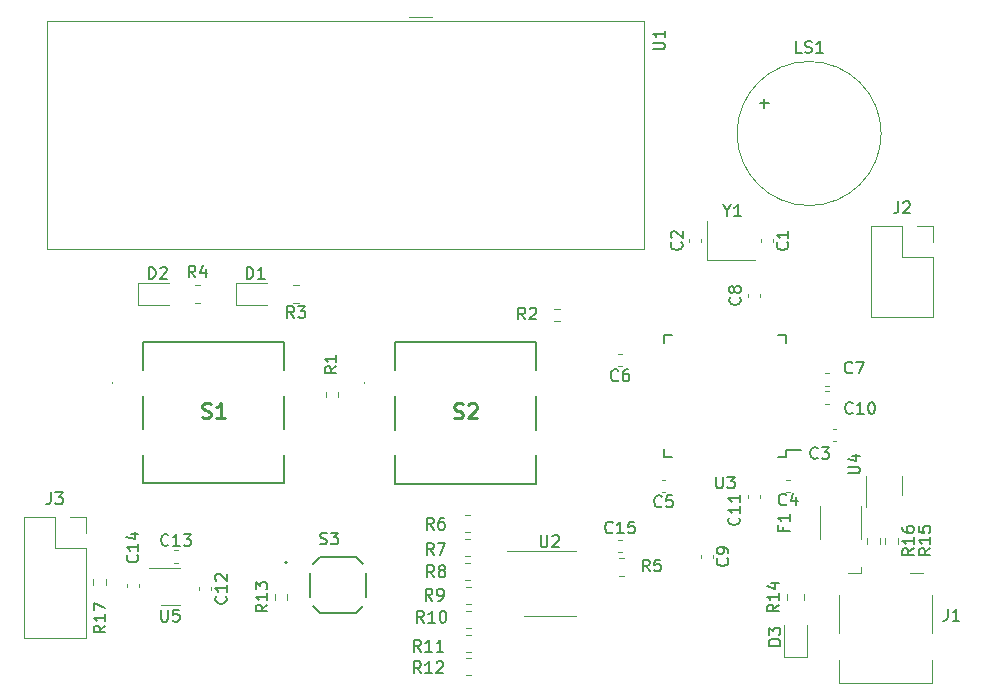
<source format=gbr>
%TF.GenerationSoftware,KiCad,Pcbnew,(7.0.0)*%
%TF.CreationDate,2023-04-20T12:18:01-06:00*%
%TF.ProjectId,Phase_B_PCB_Prototype,50686173-655f-4425-9f50-43425f50726f,rev?*%
%TF.SameCoordinates,Original*%
%TF.FileFunction,Legend,Top*%
%TF.FilePolarity,Positive*%
%FSLAX46Y46*%
G04 Gerber Fmt 4.6, Leading zero omitted, Abs format (unit mm)*
G04 Created by KiCad (PCBNEW (7.0.0)) date 2023-04-20 12:18:01*
%MOMM*%
%LPD*%
G01*
G04 APERTURE LIST*
%ADD10C,0.150000*%
%ADD11C,0.254000*%
%ADD12C,0.120000*%
%ADD13C,0.200000*%
%ADD14C,0.127000*%
%ADD15C,0.100000*%
G04 APERTURE END LIST*
D10*
%TO.C,C1*%
X138481142Y-81993666D02*
X138528761Y-82041285D01*
X138528761Y-82041285D02*
X138576380Y-82184142D01*
X138576380Y-82184142D02*
X138576380Y-82279380D01*
X138576380Y-82279380D02*
X138528761Y-82422237D01*
X138528761Y-82422237D02*
X138433523Y-82517475D01*
X138433523Y-82517475D02*
X138338285Y-82565094D01*
X138338285Y-82565094D02*
X138147809Y-82612713D01*
X138147809Y-82612713D02*
X138004952Y-82612713D01*
X138004952Y-82612713D02*
X137814476Y-82565094D01*
X137814476Y-82565094D02*
X137719238Y-82517475D01*
X137719238Y-82517475D02*
X137624000Y-82422237D01*
X137624000Y-82422237D02*
X137576380Y-82279380D01*
X137576380Y-82279380D02*
X137576380Y-82184142D01*
X137576380Y-82184142D02*
X137624000Y-82041285D01*
X137624000Y-82041285D02*
X137671619Y-81993666D01*
X138576380Y-81041285D02*
X138576380Y-81612713D01*
X138576380Y-81326999D02*
X137576380Y-81326999D01*
X137576380Y-81326999D02*
X137719238Y-81422237D01*
X137719238Y-81422237D02*
X137814476Y-81517475D01*
X137814476Y-81517475D02*
X137862095Y-81612713D01*
%TO.C,S3*%
X98933095Y-107507761D02*
X99075952Y-107555380D01*
X99075952Y-107555380D02*
X99314047Y-107555380D01*
X99314047Y-107555380D02*
X99409285Y-107507761D01*
X99409285Y-107507761D02*
X99456904Y-107460142D01*
X99456904Y-107460142D02*
X99504523Y-107364904D01*
X99504523Y-107364904D02*
X99504523Y-107269666D01*
X99504523Y-107269666D02*
X99456904Y-107174428D01*
X99456904Y-107174428D02*
X99409285Y-107126809D01*
X99409285Y-107126809D02*
X99314047Y-107079190D01*
X99314047Y-107079190D02*
X99123571Y-107031571D01*
X99123571Y-107031571D02*
X99028333Y-106983952D01*
X99028333Y-106983952D02*
X98980714Y-106936333D01*
X98980714Y-106936333D02*
X98933095Y-106841095D01*
X98933095Y-106841095D02*
X98933095Y-106745857D01*
X98933095Y-106745857D02*
X98980714Y-106650619D01*
X98980714Y-106650619D02*
X99028333Y-106603000D01*
X99028333Y-106603000D02*
X99123571Y-106555380D01*
X99123571Y-106555380D02*
X99361666Y-106555380D01*
X99361666Y-106555380D02*
X99504523Y-106603000D01*
X99837857Y-106555380D02*
X100456904Y-106555380D01*
X100456904Y-106555380D02*
X100123571Y-106936333D01*
X100123571Y-106936333D02*
X100266428Y-106936333D01*
X100266428Y-106936333D02*
X100361666Y-106983952D01*
X100361666Y-106983952D02*
X100409285Y-107031571D01*
X100409285Y-107031571D02*
X100456904Y-107126809D01*
X100456904Y-107126809D02*
X100456904Y-107364904D01*
X100456904Y-107364904D02*
X100409285Y-107460142D01*
X100409285Y-107460142D02*
X100361666Y-107507761D01*
X100361666Y-107507761D02*
X100266428Y-107555380D01*
X100266428Y-107555380D02*
X99980714Y-107555380D01*
X99980714Y-107555380D02*
X99885476Y-107507761D01*
X99885476Y-107507761D02*
X99837857Y-107460142D01*
%TO.C,C15*%
X123690142Y-106538142D02*
X123642523Y-106585761D01*
X123642523Y-106585761D02*
X123499666Y-106633380D01*
X123499666Y-106633380D02*
X123404428Y-106633380D01*
X123404428Y-106633380D02*
X123261571Y-106585761D01*
X123261571Y-106585761D02*
X123166333Y-106490523D01*
X123166333Y-106490523D02*
X123118714Y-106395285D01*
X123118714Y-106395285D02*
X123071095Y-106204809D01*
X123071095Y-106204809D02*
X123071095Y-106061952D01*
X123071095Y-106061952D02*
X123118714Y-105871476D01*
X123118714Y-105871476D02*
X123166333Y-105776238D01*
X123166333Y-105776238D02*
X123261571Y-105681000D01*
X123261571Y-105681000D02*
X123404428Y-105633380D01*
X123404428Y-105633380D02*
X123499666Y-105633380D01*
X123499666Y-105633380D02*
X123642523Y-105681000D01*
X123642523Y-105681000D02*
X123690142Y-105728619D01*
X124642523Y-106633380D02*
X124071095Y-106633380D01*
X124356809Y-106633380D02*
X124356809Y-105633380D01*
X124356809Y-105633380D02*
X124261571Y-105776238D01*
X124261571Y-105776238D02*
X124166333Y-105871476D01*
X124166333Y-105871476D02*
X124071095Y-105919095D01*
X125547285Y-105633380D02*
X125071095Y-105633380D01*
X125071095Y-105633380D02*
X125023476Y-106109571D01*
X125023476Y-106109571D02*
X125071095Y-106061952D01*
X125071095Y-106061952D02*
X125166333Y-106014333D01*
X125166333Y-106014333D02*
X125404428Y-106014333D01*
X125404428Y-106014333D02*
X125499666Y-106061952D01*
X125499666Y-106061952D02*
X125547285Y-106109571D01*
X125547285Y-106109571D02*
X125594904Y-106204809D01*
X125594904Y-106204809D02*
X125594904Y-106442904D01*
X125594904Y-106442904D02*
X125547285Y-106538142D01*
X125547285Y-106538142D02*
X125499666Y-106585761D01*
X125499666Y-106585761D02*
X125404428Y-106633380D01*
X125404428Y-106633380D02*
X125166333Y-106633380D01*
X125166333Y-106633380D02*
X125071095Y-106585761D01*
X125071095Y-106585761D02*
X125023476Y-106538142D01*
%TO.C,C14*%
X83457142Y-108465857D02*
X83504761Y-108513476D01*
X83504761Y-108513476D02*
X83552380Y-108656333D01*
X83552380Y-108656333D02*
X83552380Y-108751571D01*
X83552380Y-108751571D02*
X83504761Y-108894428D01*
X83504761Y-108894428D02*
X83409523Y-108989666D01*
X83409523Y-108989666D02*
X83314285Y-109037285D01*
X83314285Y-109037285D02*
X83123809Y-109084904D01*
X83123809Y-109084904D02*
X82980952Y-109084904D01*
X82980952Y-109084904D02*
X82790476Y-109037285D01*
X82790476Y-109037285D02*
X82695238Y-108989666D01*
X82695238Y-108989666D02*
X82600000Y-108894428D01*
X82600000Y-108894428D02*
X82552380Y-108751571D01*
X82552380Y-108751571D02*
X82552380Y-108656333D01*
X82552380Y-108656333D02*
X82600000Y-108513476D01*
X82600000Y-108513476D02*
X82647619Y-108465857D01*
X83552380Y-107513476D02*
X83552380Y-108084904D01*
X83552380Y-107799190D02*
X82552380Y-107799190D01*
X82552380Y-107799190D02*
X82695238Y-107894428D01*
X82695238Y-107894428D02*
X82790476Y-107989666D01*
X82790476Y-107989666D02*
X82838095Y-108084904D01*
X82885714Y-106656333D02*
X83552380Y-106656333D01*
X82504761Y-106894428D02*
X83219047Y-107132523D01*
X83219047Y-107132523D02*
X83219047Y-106513476D01*
%TO.C,Y1*%
X133381809Y-79305190D02*
X133381809Y-79781380D01*
X133048476Y-78781380D02*
X133381809Y-79305190D01*
X133381809Y-79305190D02*
X133715142Y-78781380D01*
X134572285Y-79781380D02*
X134000857Y-79781380D01*
X134286571Y-79781380D02*
X134286571Y-78781380D01*
X134286571Y-78781380D02*
X134191333Y-78924238D01*
X134191333Y-78924238D02*
X134096095Y-79019476D01*
X134096095Y-79019476D02*
X134000857Y-79067095D01*
%TO.C,R12*%
X107457642Y-118466380D02*
X107124309Y-117990190D01*
X106886214Y-118466380D02*
X106886214Y-117466380D01*
X106886214Y-117466380D02*
X107267166Y-117466380D01*
X107267166Y-117466380D02*
X107362404Y-117514000D01*
X107362404Y-117514000D02*
X107410023Y-117561619D01*
X107410023Y-117561619D02*
X107457642Y-117656857D01*
X107457642Y-117656857D02*
X107457642Y-117799714D01*
X107457642Y-117799714D02*
X107410023Y-117894952D01*
X107410023Y-117894952D02*
X107362404Y-117942571D01*
X107362404Y-117942571D02*
X107267166Y-117990190D01*
X107267166Y-117990190D02*
X106886214Y-117990190D01*
X108410023Y-118466380D02*
X107838595Y-118466380D01*
X108124309Y-118466380D02*
X108124309Y-117466380D01*
X108124309Y-117466380D02*
X108029071Y-117609238D01*
X108029071Y-117609238D02*
X107933833Y-117704476D01*
X107933833Y-117704476D02*
X107838595Y-117752095D01*
X108790976Y-117561619D02*
X108838595Y-117514000D01*
X108838595Y-117514000D02*
X108933833Y-117466380D01*
X108933833Y-117466380D02*
X109171928Y-117466380D01*
X109171928Y-117466380D02*
X109267166Y-117514000D01*
X109267166Y-117514000D02*
X109314785Y-117561619D01*
X109314785Y-117561619D02*
X109362404Y-117656857D01*
X109362404Y-117656857D02*
X109362404Y-117752095D01*
X109362404Y-117752095D02*
X109314785Y-117894952D01*
X109314785Y-117894952D02*
X108743357Y-118466380D01*
X108743357Y-118466380D02*
X109362404Y-118466380D01*
%TO.C,R11*%
X107457642Y-116630380D02*
X107124309Y-116154190D01*
X106886214Y-116630380D02*
X106886214Y-115630380D01*
X106886214Y-115630380D02*
X107267166Y-115630380D01*
X107267166Y-115630380D02*
X107362404Y-115678000D01*
X107362404Y-115678000D02*
X107410023Y-115725619D01*
X107410023Y-115725619D02*
X107457642Y-115820857D01*
X107457642Y-115820857D02*
X107457642Y-115963714D01*
X107457642Y-115963714D02*
X107410023Y-116058952D01*
X107410023Y-116058952D02*
X107362404Y-116106571D01*
X107362404Y-116106571D02*
X107267166Y-116154190D01*
X107267166Y-116154190D02*
X106886214Y-116154190D01*
X108410023Y-116630380D02*
X107838595Y-116630380D01*
X108124309Y-116630380D02*
X108124309Y-115630380D01*
X108124309Y-115630380D02*
X108029071Y-115773238D01*
X108029071Y-115773238D02*
X107933833Y-115868476D01*
X107933833Y-115868476D02*
X107838595Y-115916095D01*
X109362404Y-116630380D02*
X108790976Y-116630380D01*
X109076690Y-116630380D02*
X109076690Y-115630380D01*
X109076690Y-115630380D02*
X108981452Y-115773238D01*
X108981452Y-115773238D02*
X108886214Y-115868476D01*
X108886214Y-115868476D02*
X108790976Y-115916095D01*
%TO.C,U1*%
X127119380Y-65639904D02*
X127928904Y-65639904D01*
X127928904Y-65639904D02*
X128024142Y-65592285D01*
X128024142Y-65592285D02*
X128071761Y-65544666D01*
X128071761Y-65544666D02*
X128119380Y-65449428D01*
X128119380Y-65449428D02*
X128119380Y-65258952D01*
X128119380Y-65258952D02*
X128071761Y-65163714D01*
X128071761Y-65163714D02*
X128024142Y-65116095D01*
X128024142Y-65116095D02*
X127928904Y-65068476D01*
X127928904Y-65068476D02*
X127119380Y-65068476D01*
X128119380Y-64068476D02*
X128119380Y-64639904D01*
X128119380Y-64354190D02*
X127119380Y-64354190D01*
X127119380Y-64354190D02*
X127262238Y-64449428D01*
X127262238Y-64449428D02*
X127357476Y-64544666D01*
X127357476Y-64544666D02*
X127405095Y-64639904D01*
%TO.C,LS1*%
X139692142Y-65938380D02*
X139215952Y-65938380D01*
X139215952Y-65938380D02*
X139215952Y-64938380D01*
X139977857Y-65890761D02*
X140120714Y-65938380D01*
X140120714Y-65938380D02*
X140358809Y-65938380D01*
X140358809Y-65938380D02*
X140454047Y-65890761D01*
X140454047Y-65890761D02*
X140501666Y-65843142D01*
X140501666Y-65843142D02*
X140549285Y-65747904D01*
X140549285Y-65747904D02*
X140549285Y-65652666D01*
X140549285Y-65652666D02*
X140501666Y-65557428D01*
X140501666Y-65557428D02*
X140454047Y-65509809D01*
X140454047Y-65509809D02*
X140358809Y-65462190D01*
X140358809Y-65462190D02*
X140168333Y-65414571D01*
X140168333Y-65414571D02*
X140073095Y-65366952D01*
X140073095Y-65366952D02*
X140025476Y-65319333D01*
X140025476Y-65319333D02*
X139977857Y-65224095D01*
X139977857Y-65224095D02*
X139977857Y-65128857D01*
X139977857Y-65128857D02*
X140025476Y-65033619D01*
X140025476Y-65033619D02*
X140073095Y-64986000D01*
X140073095Y-64986000D02*
X140168333Y-64938380D01*
X140168333Y-64938380D02*
X140406428Y-64938380D01*
X140406428Y-64938380D02*
X140549285Y-64986000D01*
X141501666Y-65938380D02*
X140930238Y-65938380D01*
X141215952Y-65938380D02*
X141215952Y-64938380D01*
X141215952Y-64938380D02*
X141120714Y-65081238D01*
X141120714Y-65081238D02*
X141025476Y-65176476D01*
X141025476Y-65176476D02*
X140930238Y-65224095D01*
X136144048Y-70217428D02*
X136905953Y-70217428D01*
X136525000Y-70598380D02*
X136525000Y-69836476D01*
%TO.C,U5*%
X85465595Y-113093380D02*
X85465595Y-113902904D01*
X85465595Y-113902904D02*
X85513214Y-113998142D01*
X85513214Y-113998142D02*
X85560833Y-114045761D01*
X85560833Y-114045761D02*
X85656071Y-114093380D01*
X85656071Y-114093380D02*
X85846547Y-114093380D01*
X85846547Y-114093380D02*
X85941785Y-114045761D01*
X85941785Y-114045761D02*
X85989404Y-113998142D01*
X85989404Y-113998142D02*
X86037023Y-113902904D01*
X86037023Y-113902904D02*
X86037023Y-113093380D01*
X86989404Y-113093380D02*
X86513214Y-113093380D01*
X86513214Y-113093380D02*
X86465595Y-113569571D01*
X86465595Y-113569571D02*
X86513214Y-113521952D01*
X86513214Y-113521952D02*
X86608452Y-113474333D01*
X86608452Y-113474333D02*
X86846547Y-113474333D01*
X86846547Y-113474333D02*
X86941785Y-113521952D01*
X86941785Y-113521952D02*
X86989404Y-113569571D01*
X86989404Y-113569571D02*
X87037023Y-113664809D01*
X87037023Y-113664809D02*
X87037023Y-113902904D01*
X87037023Y-113902904D02*
X86989404Y-113998142D01*
X86989404Y-113998142D02*
X86941785Y-114045761D01*
X86941785Y-114045761D02*
X86846547Y-114093380D01*
X86846547Y-114093380D02*
X86608452Y-114093380D01*
X86608452Y-114093380D02*
X86513214Y-114045761D01*
X86513214Y-114045761D02*
X86465595Y-113998142D01*
%TO.C,R9*%
X108441833Y-112312380D02*
X108108500Y-111836190D01*
X107870405Y-112312380D02*
X107870405Y-111312380D01*
X107870405Y-111312380D02*
X108251357Y-111312380D01*
X108251357Y-111312380D02*
X108346595Y-111360000D01*
X108346595Y-111360000D02*
X108394214Y-111407619D01*
X108394214Y-111407619D02*
X108441833Y-111502857D01*
X108441833Y-111502857D02*
X108441833Y-111645714D01*
X108441833Y-111645714D02*
X108394214Y-111740952D01*
X108394214Y-111740952D02*
X108346595Y-111788571D01*
X108346595Y-111788571D02*
X108251357Y-111836190D01*
X108251357Y-111836190D02*
X107870405Y-111836190D01*
X108918024Y-112312380D02*
X109108500Y-112312380D01*
X109108500Y-112312380D02*
X109203738Y-112264761D01*
X109203738Y-112264761D02*
X109251357Y-112217142D01*
X109251357Y-112217142D02*
X109346595Y-112074285D01*
X109346595Y-112074285D02*
X109394214Y-111883809D01*
X109394214Y-111883809D02*
X109394214Y-111502857D01*
X109394214Y-111502857D02*
X109346595Y-111407619D01*
X109346595Y-111407619D02*
X109298976Y-111360000D01*
X109298976Y-111360000D02*
X109203738Y-111312380D01*
X109203738Y-111312380D02*
X109013262Y-111312380D01*
X109013262Y-111312380D02*
X108918024Y-111360000D01*
X108918024Y-111360000D02*
X108870405Y-111407619D01*
X108870405Y-111407619D02*
X108822786Y-111502857D01*
X108822786Y-111502857D02*
X108822786Y-111740952D01*
X108822786Y-111740952D02*
X108870405Y-111836190D01*
X108870405Y-111836190D02*
X108918024Y-111883809D01*
X108918024Y-111883809D02*
X109013262Y-111931428D01*
X109013262Y-111931428D02*
X109203738Y-111931428D01*
X109203738Y-111931428D02*
X109298976Y-111883809D01*
X109298976Y-111883809D02*
X109346595Y-111836190D01*
X109346595Y-111836190D02*
X109394214Y-111740952D01*
%TO.C,J3*%
X76140666Y-103160380D02*
X76140666Y-103874666D01*
X76140666Y-103874666D02*
X76093047Y-104017523D01*
X76093047Y-104017523D02*
X75997809Y-104112761D01*
X75997809Y-104112761D02*
X75854952Y-104160380D01*
X75854952Y-104160380D02*
X75759714Y-104160380D01*
X76521619Y-103160380D02*
X77140666Y-103160380D01*
X77140666Y-103160380D02*
X76807333Y-103541333D01*
X76807333Y-103541333D02*
X76950190Y-103541333D01*
X76950190Y-103541333D02*
X77045428Y-103588952D01*
X77045428Y-103588952D02*
X77093047Y-103636571D01*
X77093047Y-103636571D02*
X77140666Y-103731809D01*
X77140666Y-103731809D02*
X77140666Y-103969904D01*
X77140666Y-103969904D02*
X77093047Y-104065142D01*
X77093047Y-104065142D02*
X77045428Y-104112761D01*
X77045428Y-104112761D02*
X76950190Y-104160380D01*
X76950190Y-104160380D02*
X76664476Y-104160380D01*
X76664476Y-104160380D02*
X76569238Y-104112761D01*
X76569238Y-104112761D02*
X76521619Y-104065142D01*
%TO.C,C13*%
X86092642Y-107587142D02*
X86045023Y-107634761D01*
X86045023Y-107634761D02*
X85902166Y-107682380D01*
X85902166Y-107682380D02*
X85806928Y-107682380D01*
X85806928Y-107682380D02*
X85664071Y-107634761D01*
X85664071Y-107634761D02*
X85568833Y-107539523D01*
X85568833Y-107539523D02*
X85521214Y-107444285D01*
X85521214Y-107444285D02*
X85473595Y-107253809D01*
X85473595Y-107253809D02*
X85473595Y-107110952D01*
X85473595Y-107110952D02*
X85521214Y-106920476D01*
X85521214Y-106920476D02*
X85568833Y-106825238D01*
X85568833Y-106825238D02*
X85664071Y-106730000D01*
X85664071Y-106730000D02*
X85806928Y-106682380D01*
X85806928Y-106682380D02*
X85902166Y-106682380D01*
X85902166Y-106682380D02*
X86045023Y-106730000D01*
X86045023Y-106730000D02*
X86092642Y-106777619D01*
X87045023Y-107682380D02*
X86473595Y-107682380D01*
X86759309Y-107682380D02*
X86759309Y-106682380D01*
X86759309Y-106682380D02*
X86664071Y-106825238D01*
X86664071Y-106825238D02*
X86568833Y-106920476D01*
X86568833Y-106920476D02*
X86473595Y-106968095D01*
X87378357Y-106682380D02*
X87997404Y-106682380D01*
X87997404Y-106682380D02*
X87664071Y-107063333D01*
X87664071Y-107063333D02*
X87806928Y-107063333D01*
X87806928Y-107063333D02*
X87902166Y-107110952D01*
X87902166Y-107110952D02*
X87949785Y-107158571D01*
X87949785Y-107158571D02*
X87997404Y-107253809D01*
X87997404Y-107253809D02*
X87997404Y-107491904D01*
X87997404Y-107491904D02*
X87949785Y-107587142D01*
X87949785Y-107587142D02*
X87902166Y-107634761D01*
X87902166Y-107634761D02*
X87806928Y-107682380D01*
X87806928Y-107682380D02*
X87521214Y-107682380D01*
X87521214Y-107682380D02*
X87425976Y-107634761D01*
X87425976Y-107634761D02*
X87378357Y-107587142D01*
%TO.C,C3*%
X141057333Y-100221142D02*
X141009714Y-100268761D01*
X141009714Y-100268761D02*
X140866857Y-100316380D01*
X140866857Y-100316380D02*
X140771619Y-100316380D01*
X140771619Y-100316380D02*
X140628762Y-100268761D01*
X140628762Y-100268761D02*
X140533524Y-100173523D01*
X140533524Y-100173523D02*
X140485905Y-100078285D01*
X140485905Y-100078285D02*
X140438286Y-99887809D01*
X140438286Y-99887809D02*
X140438286Y-99744952D01*
X140438286Y-99744952D02*
X140485905Y-99554476D01*
X140485905Y-99554476D02*
X140533524Y-99459238D01*
X140533524Y-99459238D02*
X140628762Y-99364000D01*
X140628762Y-99364000D02*
X140771619Y-99316380D01*
X140771619Y-99316380D02*
X140866857Y-99316380D01*
X140866857Y-99316380D02*
X141009714Y-99364000D01*
X141009714Y-99364000D02*
X141057333Y-99411619D01*
X141390667Y-99316380D02*
X142009714Y-99316380D01*
X142009714Y-99316380D02*
X141676381Y-99697333D01*
X141676381Y-99697333D02*
X141819238Y-99697333D01*
X141819238Y-99697333D02*
X141914476Y-99744952D01*
X141914476Y-99744952D02*
X141962095Y-99792571D01*
X141962095Y-99792571D02*
X142009714Y-99887809D01*
X142009714Y-99887809D02*
X142009714Y-100125904D01*
X142009714Y-100125904D02*
X141962095Y-100221142D01*
X141962095Y-100221142D02*
X141914476Y-100268761D01*
X141914476Y-100268761D02*
X141819238Y-100316380D01*
X141819238Y-100316380D02*
X141533524Y-100316380D01*
X141533524Y-100316380D02*
X141438286Y-100268761D01*
X141438286Y-100268761D02*
X141390667Y-100221142D01*
%TO.C,C10*%
X144010142Y-96411142D02*
X143962523Y-96458761D01*
X143962523Y-96458761D02*
X143819666Y-96506380D01*
X143819666Y-96506380D02*
X143724428Y-96506380D01*
X143724428Y-96506380D02*
X143581571Y-96458761D01*
X143581571Y-96458761D02*
X143486333Y-96363523D01*
X143486333Y-96363523D02*
X143438714Y-96268285D01*
X143438714Y-96268285D02*
X143391095Y-96077809D01*
X143391095Y-96077809D02*
X143391095Y-95934952D01*
X143391095Y-95934952D02*
X143438714Y-95744476D01*
X143438714Y-95744476D02*
X143486333Y-95649238D01*
X143486333Y-95649238D02*
X143581571Y-95554000D01*
X143581571Y-95554000D02*
X143724428Y-95506380D01*
X143724428Y-95506380D02*
X143819666Y-95506380D01*
X143819666Y-95506380D02*
X143962523Y-95554000D01*
X143962523Y-95554000D02*
X144010142Y-95601619D01*
X144962523Y-96506380D02*
X144391095Y-96506380D01*
X144676809Y-96506380D02*
X144676809Y-95506380D01*
X144676809Y-95506380D02*
X144581571Y-95649238D01*
X144581571Y-95649238D02*
X144486333Y-95744476D01*
X144486333Y-95744476D02*
X144391095Y-95792095D01*
X145581571Y-95506380D02*
X145676809Y-95506380D01*
X145676809Y-95506380D02*
X145772047Y-95554000D01*
X145772047Y-95554000D02*
X145819666Y-95601619D01*
X145819666Y-95601619D02*
X145867285Y-95696857D01*
X145867285Y-95696857D02*
X145914904Y-95887333D01*
X145914904Y-95887333D02*
X145914904Y-96125428D01*
X145914904Y-96125428D02*
X145867285Y-96315904D01*
X145867285Y-96315904D02*
X145819666Y-96411142D01*
X145819666Y-96411142D02*
X145772047Y-96458761D01*
X145772047Y-96458761D02*
X145676809Y-96506380D01*
X145676809Y-96506380D02*
X145581571Y-96506380D01*
X145581571Y-96506380D02*
X145486333Y-96458761D01*
X145486333Y-96458761D02*
X145438714Y-96411142D01*
X145438714Y-96411142D02*
X145391095Y-96315904D01*
X145391095Y-96315904D02*
X145343476Y-96125428D01*
X145343476Y-96125428D02*
X145343476Y-95887333D01*
X145343476Y-95887333D02*
X145391095Y-95696857D01*
X145391095Y-95696857D02*
X145438714Y-95601619D01*
X145438714Y-95601619D02*
X145486333Y-95554000D01*
X145486333Y-95554000D02*
X145581571Y-95506380D01*
%TO.C,R17*%
X80758380Y-114434857D02*
X80282190Y-114768190D01*
X80758380Y-115006285D02*
X79758380Y-115006285D01*
X79758380Y-115006285D02*
X79758380Y-114625333D01*
X79758380Y-114625333D02*
X79806000Y-114530095D01*
X79806000Y-114530095D02*
X79853619Y-114482476D01*
X79853619Y-114482476D02*
X79948857Y-114434857D01*
X79948857Y-114434857D02*
X80091714Y-114434857D01*
X80091714Y-114434857D02*
X80186952Y-114482476D01*
X80186952Y-114482476D02*
X80234571Y-114530095D01*
X80234571Y-114530095D02*
X80282190Y-114625333D01*
X80282190Y-114625333D02*
X80282190Y-115006285D01*
X80758380Y-113482476D02*
X80758380Y-114053904D01*
X80758380Y-113768190D02*
X79758380Y-113768190D01*
X79758380Y-113768190D02*
X79901238Y-113863428D01*
X79901238Y-113863428D02*
X79996476Y-113958666D01*
X79996476Y-113958666D02*
X80044095Y-114053904D01*
X79758380Y-113149142D02*
X79758380Y-112482476D01*
X79758380Y-112482476D02*
X80758380Y-112911047D01*
%TO.C,U3*%
X132461095Y-101813380D02*
X132461095Y-102622904D01*
X132461095Y-102622904D02*
X132508714Y-102718142D01*
X132508714Y-102718142D02*
X132556333Y-102765761D01*
X132556333Y-102765761D02*
X132651571Y-102813380D01*
X132651571Y-102813380D02*
X132842047Y-102813380D01*
X132842047Y-102813380D02*
X132937285Y-102765761D01*
X132937285Y-102765761D02*
X132984904Y-102718142D01*
X132984904Y-102718142D02*
X133032523Y-102622904D01*
X133032523Y-102622904D02*
X133032523Y-101813380D01*
X133413476Y-101813380D02*
X134032523Y-101813380D01*
X134032523Y-101813380D02*
X133699190Y-102194333D01*
X133699190Y-102194333D02*
X133842047Y-102194333D01*
X133842047Y-102194333D02*
X133937285Y-102241952D01*
X133937285Y-102241952D02*
X133984904Y-102289571D01*
X133984904Y-102289571D02*
X134032523Y-102384809D01*
X134032523Y-102384809D02*
X134032523Y-102622904D01*
X134032523Y-102622904D02*
X133984904Y-102718142D01*
X133984904Y-102718142D02*
X133937285Y-102765761D01*
X133937285Y-102765761D02*
X133842047Y-102813380D01*
X133842047Y-102813380D02*
X133556333Y-102813380D01*
X133556333Y-102813380D02*
X133461095Y-102765761D01*
X133461095Y-102765761D02*
X133413476Y-102718142D01*
%TO.C,C7*%
X143978333Y-92982142D02*
X143930714Y-93029761D01*
X143930714Y-93029761D02*
X143787857Y-93077380D01*
X143787857Y-93077380D02*
X143692619Y-93077380D01*
X143692619Y-93077380D02*
X143549762Y-93029761D01*
X143549762Y-93029761D02*
X143454524Y-92934523D01*
X143454524Y-92934523D02*
X143406905Y-92839285D01*
X143406905Y-92839285D02*
X143359286Y-92648809D01*
X143359286Y-92648809D02*
X143359286Y-92505952D01*
X143359286Y-92505952D02*
X143406905Y-92315476D01*
X143406905Y-92315476D02*
X143454524Y-92220238D01*
X143454524Y-92220238D02*
X143549762Y-92125000D01*
X143549762Y-92125000D02*
X143692619Y-92077380D01*
X143692619Y-92077380D02*
X143787857Y-92077380D01*
X143787857Y-92077380D02*
X143930714Y-92125000D01*
X143930714Y-92125000D02*
X143978333Y-92172619D01*
X144311667Y-92077380D02*
X144978333Y-92077380D01*
X144978333Y-92077380D02*
X144549762Y-93077380D01*
%TO.C,R5*%
X126833333Y-109841380D02*
X126500000Y-109365190D01*
X126261905Y-109841380D02*
X126261905Y-108841380D01*
X126261905Y-108841380D02*
X126642857Y-108841380D01*
X126642857Y-108841380D02*
X126738095Y-108889000D01*
X126738095Y-108889000D02*
X126785714Y-108936619D01*
X126785714Y-108936619D02*
X126833333Y-109031857D01*
X126833333Y-109031857D02*
X126833333Y-109174714D01*
X126833333Y-109174714D02*
X126785714Y-109269952D01*
X126785714Y-109269952D02*
X126738095Y-109317571D01*
X126738095Y-109317571D02*
X126642857Y-109365190D01*
X126642857Y-109365190D02*
X126261905Y-109365190D01*
X127738095Y-108841380D02*
X127261905Y-108841380D01*
X127261905Y-108841380D02*
X127214286Y-109317571D01*
X127214286Y-109317571D02*
X127261905Y-109269952D01*
X127261905Y-109269952D02*
X127357143Y-109222333D01*
X127357143Y-109222333D02*
X127595238Y-109222333D01*
X127595238Y-109222333D02*
X127690476Y-109269952D01*
X127690476Y-109269952D02*
X127738095Y-109317571D01*
X127738095Y-109317571D02*
X127785714Y-109412809D01*
X127785714Y-109412809D02*
X127785714Y-109650904D01*
X127785714Y-109650904D02*
X127738095Y-109746142D01*
X127738095Y-109746142D02*
X127690476Y-109793761D01*
X127690476Y-109793761D02*
X127595238Y-109841380D01*
X127595238Y-109841380D02*
X127357143Y-109841380D01*
X127357143Y-109841380D02*
X127261905Y-109793761D01*
X127261905Y-109793761D02*
X127214286Y-109746142D01*
%TO.C,R2*%
X116292333Y-88505380D02*
X115959000Y-88029190D01*
X115720905Y-88505380D02*
X115720905Y-87505380D01*
X115720905Y-87505380D02*
X116101857Y-87505380D01*
X116101857Y-87505380D02*
X116197095Y-87553000D01*
X116197095Y-87553000D02*
X116244714Y-87600619D01*
X116244714Y-87600619D02*
X116292333Y-87695857D01*
X116292333Y-87695857D02*
X116292333Y-87838714D01*
X116292333Y-87838714D02*
X116244714Y-87933952D01*
X116244714Y-87933952D02*
X116197095Y-87981571D01*
X116197095Y-87981571D02*
X116101857Y-88029190D01*
X116101857Y-88029190D02*
X115720905Y-88029190D01*
X116673286Y-87600619D02*
X116720905Y-87553000D01*
X116720905Y-87553000D02*
X116816143Y-87505380D01*
X116816143Y-87505380D02*
X117054238Y-87505380D01*
X117054238Y-87505380D02*
X117149476Y-87553000D01*
X117149476Y-87553000D02*
X117197095Y-87600619D01*
X117197095Y-87600619D02*
X117244714Y-87695857D01*
X117244714Y-87695857D02*
X117244714Y-87791095D01*
X117244714Y-87791095D02*
X117197095Y-87933952D01*
X117197095Y-87933952D02*
X116625667Y-88505380D01*
X116625667Y-88505380D02*
X117244714Y-88505380D01*
%TO.C,D2*%
X84430405Y-85077380D02*
X84430405Y-84077380D01*
X84430405Y-84077380D02*
X84668500Y-84077380D01*
X84668500Y-84077380D02*
X84811357Y-84125000D01*
X84811357Y-84125000D02*
X84906595Y-84220238D01*
X84906595Y-84220238D02*
X84954214Y-84315476D01*
X84954214Y-84315476D02*
X85001833Y-84505952D01*
X85001833Y-84505952D02*
X85001833Y-84648809D01*
X85001833Y-84648809D02*
X84954214Y-84839285D01*
X84954214Y-84839285D02*
X84906595Y-84934523D01*
X84906595Y-84934523D02*
X84811357Y-85029761D01*
X84811357Y-85029761D02*
X84668500Y-85077380D01*
X84668500Y-85077380D02*
X84430405Y-85077380D01*
X85382786Y-84172619D02*
X85430405Y-84125000D01*
X85430405Y-84125000D02*
X85525643Y-84077380D01*
X85525643Y-84077380D02*
X85763738Y-84077380D01*
X85763738Y-84077380D02*
X85858976Y-84125000D01*
X85858976Y-84125000D02*
X85906595Y-84172619D01*
X85906595Y-84172619D02*
X85954214Y-84267857D01*
X85954214Y-84267857D02*
X85954214Y-84363095D01*
X85954214Y-84363095D02*
X85906595Y-84505952D01*
X85906595Y-84505952D02*
X85335167Y-85077380D01*
X85335167Y-85077380D02*
X85954214Y-85077380D01*
%TO.C,R1*%
X100316380Y-92495666D02*
X99840190Y-92828999D01*
X100316380Y-93067094D02*
X99316380Y-93067094D01*
X99316380Y-93067094D02*
X99316380Y-92686142D01*
X99316380Y-92686142D02*
X99364000Y-92590904D01*
X99364000Y-92590904D02*
X99411619Y-92543285D01*
X99411619Y-92543285D02*
X99506857Y-92495666D01*
X99506857Y-92495666D02*
X99649714Y-92495666D01*
X99649714Y-92495666D02*
X99744952Y-92543285D01*
X99744952Y-92543285D02*
X99792571Y-92590904D01*
X99792571Y-92590904D02*
X99840190Y-92686142D01*
X99840190Y-92686142D02*
X99840190Y-93067094D01*
X100316380Y-91543285D02*
X100316380Y-92114713D01*
X100316380Y-91828999D02*
X99316380Y-91828999D01*
X99316380Y-91828999D02*
X99459238Y-91924237D01*
X99459238Y-91924237D02*
X99554476Y-92019475D01*
X99554476Y-92019475D02*
X99602095Y-92114713D01*
%TO.C,C11*%
X134384142Y-105290857D02*
X134431761Y-105338476D01*
X134431761Y-105338476D02*
X134479380Y-105481333D01*
X134479380Y-105481333D02*
X134479380Y-105576571D01*
X134479380Y-105576571D02*
X134431761Y-105719428D01*
X134431761Y-105719428D02*
X134336523Y-105814666D01*
X134336523Y-105814666D02*
X134241285Y-105862285D01*
X134241285Y-105862285D02*
X134050809Y-105909904D01*
X134050809Y-105909904D02*
X133907952Y-105909904D01*
X133907952Y-105909904D02*
X133717476Y-105862285D01*
X133717476Y-105862285D02*
X133622238Y-105814666D01*
X133622238Y-105814666D02*
X133527000Y-105719428D01*
X133527000Y-105719428D02*
X133479380Y-105576571D01*
X133479380Y-105576571D02*
X133479380Y-105481333D01*
X133479380Y-105481333D02*
X133527000Y-105338476D01*
X133527000Y-105338476D02*
X133574619Y-105290857D01*
X134479380Y-104338476D02*
X134479380Y-104909904D01*
X134479380Y-104624190D02*
X133479380Y-104624190D01*
X133479380Y-104624190D02*
X133622238Y-104719428D01*
X133622238Y-104719428D02*
X133717476Y-104814666D01*
X133717476Y-104814666D02*
X133765095Y-104909904D01*
X134479380Y-103386095D02*
X134479380Y-103957523D01*
X134479380Y-103671809D02*
X133479380Y-103671809D01*
X133479380Y-103671809D02*
X133622238Y-103767047D01*
X133622238Y-103767047D02*
X133717476Y-103862285D01*
X133717476Y-103862285D02*
X133765095Y-103957523D01*
%TO.C,J2*%
X147875666Y-78527380D02*
X147875666Y-79241666D01*
X147875666Y-79241666D02*
X147828047Y-79384523D01*
X147828047Y-79384523D02*
X147732809Y-79479761D01*
X147732809Y-79479761D02*
X147589952Y-79527380D01*
X147589952Y-79527380D02*
X147494714Y-79527380D01*
X148304238Y-78622619D02*
X148351857Y-78575000D01*
X148351857Y-78575000D02*
X148447095Y-78527380D01*
X148447095Y-78527380D02*
X148685190Y-78527380D01*
X148685190Y-78527380D02*
X148780428Y-78575000D01*
X148780428Y-78575000D02*
X148828047Y-78622619D01*
X148828047Y-78622619D02*
X148875666Y-78717857D01*
X148875666Y-78717857D02*
X148875666Y-78813095D01*
X148875666Y-78813095D02*
X148828047Y-78955952D01*
X148828047Y-78955952D02*
X148256619Y-79527380D01*
X148256619Y-79527380D02*
X148875666Y-79527380D01*
%TO.C,U4*%
X143634380Y-101540904D02*
X144443904Y-101540904D01*
X144443904Y-101540904D02*
X144539142Y-101493285D01*
X144539142Y-101493285D02*
X144586761Y-101445666D01*
X144586761Y-101445666D02*
X144634380Y-101350428D01*
X144634380Y-101350428D02*
X144634380Y-101159952D01*
X144634380Y-101159952D02*
X144586761Y-101064714D01*
X144586761Y-101064714D02*
X144539142Y-101017095D01*
X144539142Y-101017095D02*
X144443904Y-100969476D01*
X144443904Y-100969476D02*
X143634380Y-100969476D01*
X143967714Y-100064714D02*
X144634380Y-100064714D01*
X143586761Y-100302809D02*
X144301047Y-100540904D01*
X144301047Y-100540904D02*
X144301047Y-99921857D01*
%TO.C,R4*%
X88375833Y-84949380D02*
X88042500Y-84473190D01*
X87804405Y-84949380D02*
X87804405Y-83949380D01*
X87804405Y-83949380D02*
X88185357Y-83949380D01*
X88185357Y-83949380D02*
X88280595Y-83997000D01*
X88280595Y-83997000D02*
X88328214Y-84044619D01*
X88328214Y-84044619D02*
X88375833Y-84139857D01*
X88375833Y-84139857D02*
X88375833Y-84282714D01*
X88375833Y-84282714D02*
X88328214Y-84377952D01*
X88328214Y-84377952D02*
X88280595Y-84425571D01*
X88280595Y-84425571D02*
X88185357Y-84473190D01*
X88185357Y-84473190D02*
X87804405Y-84473190D01*
X89232976Y-84282714D02*
X89232976Y-84949380D01*
X88994881Y-83901761D02*
X88756786Y-84616047D01*
X88756786Y-84616047D02*
X89375833Y-84616047D01*
%TO.C,C12*%
X90944642Y-111955857D02*
X90992261Y-112003476D01*
X90992261Y-112003476D02*
X91039880Y-112146333D01*
X91039880Y-112146333D02*
X91039880Y-112241571D01*
X91039880Y-112241571D02*
X90992261Y-112384428D01*
X90992261Y-112384428D02*
X90897023Y-112479666D01*
X90897023Y-112479666D02*
X90801785Y-112527285D01*
X90801785Y-112527285D02*
X90611309Y-112574904D01*
X90611309Y-112574904D02*
X90468452Y-112574904D01*
X90468452Y-112574904D02*
X90277976Y-112527285D01*
X90277976Y-112527285D02*
X90182738Y-112479666D01*
X90182738Y-112479666D02*
X90087500Y-112384428D01*
X90087500Y-112384428D02*
X90039880Y-112241571D01*
X90039880Y-112241571D02*
X90039880Y-112146333D01*
X90039880Y-112146333D02*
X90087500Y-112003476D01*
X90087500Y-112003476D02*
X90135119Y-111955857D01*
X91039880Y-111003476D02*
X91039880Y-111574904D01*
X91039880Y-111289190D02*
X90039880Y-111289190D01*
X90039880Y-111289190D02*
X90182738Y-111384428D01*
X90182738Y-111384428D02*
X90277976Y-111479666D01*
X90277976Y-111479666D02*
X90325595Y-111574904D01*
X90135119Y-110622523D02*
X90087500Y-110574904D01*
X90087500Y-110574904D02*
X90039880Y-110479666D01*
X90039880Y-110479666D02*
X90039880Y-110241571D01*
X90039880Y-110241571D02*
X90087500Y-110146333D01*
X90087500Y-110146333D02*
X90135119Y-110098714D01*
X90135119Y-110098714D02*
X90230357Y-110051095D01*
X90230357Y-110051095D02*
X90325595Y-110051095D01*
X90325595Y-110051095D02*
X90468452Y-110098714D01*
X90468452Y-110098714D02*
X91039880Y-110670142D01*
X91039880Y-110670142D02*
X91039880Y-110051095D01*
%TO.C,C5*%
X127849333Y-104318142D02*
X127801714Y-104365761D01*
X127801714Y-104365761D02*
X127658857Y-104413380D01*
X127658857Y-104413380D02*
X127563619Y-104413380D01*
X127563619Y-104413380D02*
X127420762Y-104365761D01*
X127420762Y-104365761D02*
X127325524Y-104270523D01*
X127325524Y-104270523D02*
X127277905Y-104175285D01*
X127277905Y-104175285D02*
X127230286Y-103984809D01*
X127230286Y-103984809D02*
X127230286Y-103841952D01*
X127230286Y-103841952D02*
X127277905Y-103651476D01*
X127277905Y-103651476D02*
X127325524Y-103556238D01*
X127325524Y-103556238D02*
X127420762Y-103461000D01*
X127420762Y-103461000D02*
X127563619Y-103413380D01*
X127563619Y-103413380D02*
X127658857Y-103413380D01*
X127658857Y-103413380D02*
X127801714Y-103461000D01*
X127801714Y-103461000D02*
X127849333Y-103508619D01*
X128754095Y-103413380D02*
X128277905Y-103413380D01*
X128277905Y-103413380D02*
X128230286Y-103889571D01*
X128230286Y-103889571D02*
X128277905Y-103841952D01*
X128277905Y-103841952D02*
X128373143Y-103794333D01*
X128373143Y-103794333D02*
X128611238Y-103794333D01*
X128611238Y-103794333D02*
X128706476Y-103841952D01*
X128706476Y-103841952D02*
X128754095Y-103889571D01*
X128754095Y-103889571D02*
X128801714Y-103984809D01*
X128801714Y-103984809D02*
X128801714Y-104222904D01*
X128801714Y-104222904D02*
X128754095Y-104318142D01*
X128754095Y-104318142D02*
X128706476Y-104365761D01*
X128706476Y-104365761D02*
X128611238Y-104413380D01*
X128611238Y-104413380D02*
X128373143Y-104413380D01*
X128373143Y-104413380D02*
X128277905Y-104365761D01*
X128277905Y-104365761D02*
X128230286Y-104318142D01*
%TO.C,D3*%
X137904380Y-116122094D02*
X136904380Y-116122094D01*
X136904380Y-116122094D02*
X136904380Y-115883999D01*
X136904380Y-115883999D02*
X136952000Y-115741142D01*
X136952000Y-115741142D02*
X137047238Y-115645904D01*
X137047238Y-115645904D02*
X137142476Y-115598285D01*
X137142476Y-115598285D02*
X137332952Y-115550666D01*
X137332952Y-115550666D02*
X137475809Y-115550666D01*
X137475809Y-115550666D02*
X137666285Y-115598285D01*
X137666285Y-115598285D02*
X137761523Y-115645904D01*
X137761523Y-115645904D02*
X137856761Y-115741142D01*
X137856761Y-115741142D02*
X137904380Y-115883999D01*
X137904380Y-115883999D02*
X137904380Y-116122094D01*
X136904380Y-115217332D02*
X136904380Y-114598285D01*
X136904380Y-114598285D02*
X137285333Y-114931618D01*
X137285333Y-114931618D02*
X137285333Y-114788761D01*
X137285333Y-114788761D02*
X137332952Y-114693523D01*
X137332952Y-114693523D02*
X137380571Y-114645904D01*
X137380571Y-114645904D02*
X137475809Y-114598285D01*
X137475809Y-114598285D02*
X137713904Y-114598285D01*
X137713904Y-114598285D02*
X137809142Y-114645904D01*
X137809142Y-114645904D02*
X137856761Y-114693523D01*
X137856761Y-114693523D02*
X137904380Y-114788761D01*
X137904380Y-114788761D02*
X137904380Y-115074475D01*
X137904380Y-115074475D02*
X137856761Y-115169713D01*
X137856761Y-115169713D02*
X137809142Y-115217332D01*
%TO.C,C8*%
X134478142Y-86640666D02*
X134525761Y-86688285D01*
X134525761Y-86688285D02*
X134573380Y-86831142D01*
X134573380Y-86831142D02*
X134573380Y-86926380D01*
X134573380Y-86926380D02*
X134525761Y-87069237D01*
X134525761Y-87069237D02*
X134430523Y-87164475D01*
X134430523Y-87164475D02*
X134335285Y-87212094D01*
X134335285Y-87212094D02*
X134144809Y-87259713D01*
X134144809Y-87259713D02*
X134001952Y-87259713D01*
X134001952Y-87259713D02*
X133811476Y-87212094D01*
X133811476Y-87212094D02*
X133716238Y-87164475D01*
X133716238Y-87164475D02*
X133621000Y-87069237D01*
X133621000Y-87069237D02*
X133573380Y-86926380D01*
X133573380Y-86926380D02*
X133573380Y-86831142D01*
X133573380Y-86831142D02*
X133621000Y-86688285D01*
X133621000Y-86688285D02*
X133668619Y-86640666D01*
X134001952Y-86069237D02*
X133954333Y-86164475D01*
X133954333Y-86164475D02*
X133906714Y-86212094D01*
X133906714Y-86212094D02*
X133811476Y-86259713D01*
X133811476Y-86259713D02*
X133763857Y-86259713D01*
X133763857Y-86259713D02*
X133668619Y-86212094D01*
X133668619Y-86212094D02*
X133621000Y-86164475D01*
X133621000Y-86164475D02*
X133573380Y-86069237D01*
X133573380Y-86069237D02*
X133573380Y-85878761D01*
X133573380Y-85878761D02*
X133621000Y-85783523D01*
X133621000Y-85783523D02*
X133668619Y-85735904D01*
X133668619Y-85735904D02*
X133763857Y-85688285D01*
X133763857Y-85688285D02*
X133811476Y-85688285D01*
X133811476Y-85688285D02*
X133906714Y-85735904D01*
X133906714Y-85735904D02*
X133954333Y-85783523D01*
X133954333Y-85783523D02*
X134001952Y-85878761D01*
X134001952Y-85878761D02*
X134001952Y-86069237D01*
X134001952Y-86069237D02*
X134049571Y-86164475D01*
X134049571Y-86164475D02*
X134097190Y-86212094D01*
X134097190Y-86212094D02*
X134192428Y-86259713D01*
X134192428Y-86259713D02*
X134382904Y-86259713D01*
X134382904Y-86259713D02*
X134478142Y-86212094D01*
X134478142Y-86212094D02*
X134525761Y-86164475D01*
X134525761Y-86164475D02*
X134573380Y-86069237D01*
X134573380Y-86069237D02*
X134573380Y-85878761D01*
X134573380Y-85878761D02*
X134525761Y-85783523D01*
X134525761Y-85783523D02*
X134478142Y-85735904D01*
X134478142Y-85735904D02*
X134382904Y-85688285D01*
X134382904Y-85688285D02*
X134192428Y-85688285D01*
X134192428Y-85688285D02*
X134097190Y-85735904D01*
X134097190Y-85735904D02*
X134049571Y-85783523D01*
X134049571Y-85783523D02*
X134001952Y-85878761D01*
%TO.C,D1*%
X92721405Y-85077380D02*
X92721405Y-84077380D01*
X92721405Y-84077380D02*
X92959500Y-84077380D01*
X92959500Y-84077380D02*
X93102357Y-84125000D01*
X93102357Y-84125000D02*
X93197595Y-84220238D01*
X93197595Y-84220238D02*
X93245214Y-84315476D01*
X93245214Y-84315476D02*
X93292833Y-84505952D01*
X93292833Y-84505952D02*
X93292833Y-84648809D01*
X93292833Y-84648809D02*
X93245214Y-84839285D01*
X93245214Y-84839285D02*
X93197595Y-84934523D01*
X93197595Y-84934523D02*
X93102357Y-85029761D01*
X93102357Y-85029761D02*
X92959500Y-85077380D01*
X92959500Y-85077380D02*
X92721405Y-85077380D01*
X94245214Y-85077380D02*
X93673786Y-85077380D01*
X93959500Y-85077380D02*
X93959500Y-84077380D01*
X93959500Y-84077380D02*
X93864262Y-84220238D01*
X93864262Y-84220238D02*
X93769024Y-84315476D01*
X93769024Y-84315476D02*
X93673786Y-84363095D01*
%TO.C,R15*%
X150608380Y-107894857D02*
X150132190Y-108228190D01*
X150608380Y-108466285D02*
X149608380Y-108466285D01*
X149608380Y-108466285D02*
X149608380Y-108085333D01*
X149608380Y-108085333D02*
X149656000Y-107990095D01*
X149656000Y-107990095D02*
X149703619Y-107942476D01*
X149703619Y-107942476D02*
X149798857Y-107894857D01*
X149798857Y-107894857D02*
X149941714Y-107894857D01*
X149941714Y-107894857D02*
X150036952Y-107942476D01*
X150036952Y-107942476D02*
X150084571Y-107990095D01*
X150084571Y-107990095D02*
X150132190Y-108085333D01*
X150132190Y-108085333D02*
X150132190Y-108466285D01*
X150608380Y-106942476D02*
X150608380Y-107513904D01*
X150608380Y-107228190D02*
X149608380Y-107228190D01*
X149608380Y-107228190D02*
X149751238Y-107323428D01*
X149751238Y-107323428D02*
X149846476Y-107418666D01*
X149846476Y-107418666D02*
X149894095Y-107513904D01*
X149608380Y-106037714D02*
X149608380Y-106513904D01*
X149608380Y-106513904D02*
X150084571Y-106561523D01*
X150084571Y-106561523D02*
X150036952Y-106513904D01*
X150036952Y-106513904D02*
X149989333Y-106418666D01*
X149989333Y-106418666D02*
X149989333Y-106180571D01*
X149989333Y-106180571D02*
X150036952Y-106085333D01*
X150036952Y-106085333D02*
X150084571Y-106037714D01*
X150084571Y-106037714D02*
X150179809Y-105990095D01*
X150179809Y-105990095D02*
X150417904Y-105990095D01*
X150417904Y-105990095D02*
X150513142Y-106037714D01*
X150513142Y-106037714D02*
X150560761Y-106085333D01*
X150560761Y-106085333D02*
X150608380Y-106180571D01*
X150608380Y-106180571D02*
X150608380Y-106418666D01*
X150608380Y-106418666D02*
X150560761Y-106513904D01*
X150560761Y-106513904D02*
X150513142Y-106561523D01*
D11*
%TO.C,S1*%
X88948380Y-96799097D02*
X89129809Y-96859573D01*
X89129809Y-96859573D02*
X89432190Y-96859573D01*
X89432190Y-96859573D02*
X89553142Y-96799097D01*
X89553142Y-96799097D02*
X89613618Y-96738621D01*
X89613618Y-96738621D02*
X89674095Y-96617669D01*
X89674095Y-96617669D02*
X89674095Y-96496716D01*
X89674095Y-96496716D02*
X89613618Y-96375764D01*
X89613618Y-96375764D02*
X89553142Y-96315288D01*
X89553142Y-96315288D02*
X89432190Y-96254811D01*
X89432190Y-96254811D02*
X89190285Y-96194335D01*
X89190285Y-96194335D02*
X89069333Y-96133859D01*
X89069333Y-96133859D02*
X89008856Y-96073383D01*
X89008856Y-96073383D02*
X88948380Y-95952430D01*
X88948380Y-95952430D02*
X88948380Y-95831478D01*
X88948380Y-95831478D02*
X89008856Y-95710526D01*
X89008856Y-95710526D02*
X89069333Y-95650050D01*
X89069333Y-95650050D02*
X89190285Y-95589573D01*
X89190285Y-95589573D02*
X89492666Y-95589573D01*
X89492666Y-95589573D02*
X89674095Y-95650050D01*
X90883619Y-96859573D02*
X90157904Y-96859573D01*
X90520761Y-96859573D02*
X90520761Y-95589573D01*
X90520761Y-95589573D02*
X90399809Y-95771002D01*
X90399809Y-95771002D02*
X90278857Y-95891954D01*
X90278857Y-95891954D02*
X90157904Y-95952430D01*
D10*
%TO.C,R3*%
X96734333Y-88377380D02*
X96401000Y-87901190D01*
X96162905Y-88377380D02*
X96162905Y-87377380D01*
X96162905Y-87377380D02*
X96543857Y-87377380D01*
X96543857Y-87377380D02*
X96639095Y-87425000D01*
X96639095Y-87425000D02*
X96686714Y-87472619D01*
X96686714Y-87472619D02*
X96734333Y-87567857D01*
X96734333Y-87567857D02*
X96734333Y-87710714D01*
X96734333Y-87710714D02*
X96686714Y-87805952D01*
X96686714Y-87805952D02*
X96639095Y-87853571D01*
X96639095Y-87853571D02*
X96543857Y-87901190D01*
X96543857Y-87901190D02*
X96162905Y-87901190D01*
X97067667Y-87377380D02*
X97686714Y-87377380D01*
X97686714Y-87377380D02*
X97353381Y-87758333D01*
X97353381Y-87758333D02*
X97496238Y-87758333D01*
X97496238Y-87758333D02*
X97591476Y-87805952D01*
X97591476Y-87805952D02*
X97639095Y-87853571D01*
X97639095Y-87853571D02*
X97686714Y-87948809D01*
X97686714Y-87948809D02*
X97686714Y-88186904D01*
X97686714Y-88186904D02*
X97639095Y-88282142D01*
X97639095Y-88282142D02*
X97591476Y-88329761D01*
X97591476Y-88329761D02*
X97496238Y-88377380D01*
X97496238Y-88377380D02*
X97210524Y-88377380D01*
X97210524Y-88377380D02*
X97115286Y-88329761D01*
X97115286Y-88329761D02*
X97067667Y-88282142D01*
%TO.C,F1*%
X138158571Y-106065333D02*
X138158571Y-106398666D01*
X138682380Y-106398666D02*
X137682380Y-106398666D01*
X137682380Y-106398666D02*
X137682380Y-105922476D01*
X138682380Y-105017714D02*
X138682380Y-105589142D01*
X138682380Y-105303428D02*
X137682380Y-105303428D01*
X137682380Y-105303428D02*
X137825238Y-105398666D01*
X137825238Y-105398666D02*
X137920476Y-105493904D01*
X137920476Y-105493904D02*
X137968095Y-105589142D01*
%TO.C,R13*%
X94474380Y-112656857D02*
X93998190Y-112990190D01*
X94474380Y-113228285D02*
X93474380Y-113228285D01*
X93474380Y-113228285D02*
X93474380Y-112847333D01*
X93474380Y-112847333D02*
X93522000Y-112752095D01*
X93522000Y-112752095D02*
X93569619Y-112704476D01*
X93569619Y-112704476D02*
X93664857Y-112656857D01*
X93664857Y-112656857D02*
X93807714Y-112656857D01*
X93807714Y-112656857D02*
X93902952Y-112704476D01*
X93902952Y-112704476D02*
X93950571Y-112752095D01*
X93950571Y-112752095D02*
X93998190Y-112847333D01*
X93998190Y-112847333D02*
X93998190Y-113228285D01*
X94474380Y-111704476D02*
X94474380Y-112275904D01*
X94474380Y-111990190D02*
X93474380Y-111990190D01*
X93474380Y-111990190D02*
X93617238Y-112085428D01*
X93617238Y-112085428D02*
X93712476Y-112180666D01*
X93712476Y-112180666D02*
X93760095Y-112275904D01*
X93474380Y-111371142D02*
X93474380Y-110752095D01*
X93474380Y-110752095D02*
X93855333Y-111085428D01*
X93855333Y-111085428D02*
X93855333Y-110942571D01*
X93855333Y-110942571D02*
X93902952Y-110847333D01*
X93902952Y-110847333D02*
X93950571Y-110799714D01*
X93950571Y-110799714D02*
X94045809Y-110752095D01*
X94045809Y-110752095D02*
X94283904Y-110752095D01*
X94283904Y-110752095D02*
X94379142Y-110799714D01*
X94379142Y-110799714D02*
X94426761Y-110847333D01*
X94426761Y-110847333D02*
X94474380Y-110942571D01*
X94474380Y-110942571D02*
X94474380Y-111228285D01*
X94474380Y-111228285D02*
X94426761Y-111323523D01*
X94426761Y-111323523D02*
X94379142Y-111371142D01*
%TO.C,C6*%
X124166333Y-93650142D02*
X124118714Y-93697761D01*
X124118714Y-93697761D02*
X123975857Y-93745380D01*
X123975857Y-93745380D02*
X123880619Y-93745380D01*
X123880619Y-93745380D02*
X123737762Y-93697761D01*
X123737762Y-93697761D02*
X123642524Y-93602523D01*
X123642524Y-93602523D02*
X123594905Y-93507285D01*
X123594905Y-93507285D02*
X123547286Y-93316809D01*
X123547286Y-93316809D02*
X123547286Y-93173952D01*
X123547286Y-93173952D02*
X123594905Y-92983476D01*
X123594905Y-92983476D02*
X123642524Y-92888238D01*
X123642524Y-92888238D02*
X123737762Y-92793000D01*
X123737762Y-92793000D02*
X123880619Y-92745380D01*
X123880619Y-92745380D02*
X123975857Y-92745380D01*
X123975857Y-92745380D02*
X124118714Y-92793000D01*
X124118714Y-92793000D02*
X124166333Y-92840619D01*
X125023476Y-92745380D02*
X124833000Y-92745380D01*
X124833000Y-92745380D02*
X124737762Y-92793000D01*
X124737762Y-92793000D02*
X124690143Y-92840619D01*
X124690143Y-92840619D02*
X124594905Y-92983476D01*
X124594905Y-92983476D02*
X124547286Y-93173952D01*
X124547286Y-93173952D02*
X124547286Y-93554904D01*
X124547286Y-93554904D02*
X124594905Y-93650142D01*
X124594905Y-93650142D02*
X124642524Y-93697761D01*
X124642524Y-93697761D02*
X124737762Y-93745380D01*
X124737762Y-93745380D02*
X124928238Y-93745380D01*
X124928238Y-93745380D02*
X125023476Y-93697761D01*
X125023476Y-93697761D02*
X125071095Y-93650142D01*
X125071095Y-93650142D02*
X125118714Y-93554904D01*
X125118714Y-93554904D02*
X125118714Y-93316809D01*
X125118714Y-93316809D02*
X125071095Y-93221571D01*
X125071095Y-93221571D02*
X125023476Y-93173952D01*
X125023476Y-93173952D02*
X124928238Y-93126333D01*
X124928238Y-93126333D02*
X124737762Y-93126333D01*
X124737762Y-93126333D02*
X124642524Y-93173952D01*
X124642524Y-93173952D02*
X124594905Y-93221571D01*
X124594905Y-93221571D02*
X124547286Y-93316809D01*
D11*
%TO.C,S2*%
X110284380Y-96839097D02*
X110465809Y-96899573D01*
X110465809Y-96899573D02*
X110768190Y-96899573D01*
X110768190Y-96899573D02*
X110889142Y-96839097D01*
X110889142Y-96839097D02*
X110949618Y-96778621D01*
X110949618Y-96778621D02*
X111010095Y-96657669D01*
X111010095Y-96657669D02*
X111010095Y-96536716D01*
X111010095Y-96536716D02*
X110949618Y-96415764D01*
X110949618Y-96415764D02*
X110889142Y-96355288D01*
X110889142Y-96355288D02*
X110768190Y-96294811D01*
X110768190Y-96294811D02*
X110526285Y-96234335D01*
X110526285Y-96234335D02*
X110405333Y-96173859D01*
X110405333Y-96173859D02*
X110344856Y-96113383D01*
X110344856Y-96113383D02*
X110284380Y-95992430D01*
X110284380Y-95992430D02*
X110284380Y-95871478D01*
X110284380Y-95871478D02*
X110344856Y-95750526D01*
X110344856Y-95750526D02*
X110405333Y-95690050D01*
X110405333Y-95690050D02*
X110526285Y-95629573D01*
X110526285Y-95629573D02*
X110828666Y-95629573D01*
X110828666Y-95629573D02*
X111010095Y-95690050D01*
X111493904Y-95750526D02*
X111554380Y-95690050D01*
X111554380Y-95690050D02*
X111675333Y-95629573D01*
X111675333Y-95629573D02*
X111977714Y-95629573D01*
X111977714Y-95629573D02*
X112098666Y-95690050D01*
X112098666Y-95690050D02*
X112159142Y-95750526D01*
X112159142Y-95750526D02*
X112219619Y-95871478D01*
X112219619Y-95871478D02*
X112219619Y-95992430D01*
X112219619Y-95992430D02*
X112159142Y-96173859D01*
X112159142Y-96173859D02*
X111433428Y-96899573D01*
X111433428Y-96899573D02*
X112219619Y-96899573D01*
D10*
%TO.C,R7*%
X108545333Y-108444380D02*
X108212000Y-107968190D01*
X107973905Y-108444380D02*
X107973905Y-107444380D01*
X107973905Y-107444380D02*
X108354857Y-107444380D01*
X108354857Y-107444380D02*
X108450095Y-107492000D01*
X108450095Y-107492000D02*
X108497714Y-107539619D01*
X108497714Y-107539619D02*
X108545333Y-107634857D01*
X108545333Y-107634857D02*
X108545333Y-107777714D01*
X108545333Y-107777714D02*
X108497714Y-107872952D01*
X108497714Y-107872952D02*
X108450095Y-107920571D01*
X108450095Y-107920571D02*
X108354857Y-107968190D01*
X108354857Y-107968190D02*
X107973905Y-107968190D01*
X108878667Y-107444380D02*
X109545333Y-107444380D01*
X109545333Y-107444380D02*
X109116762Y-108444380D01*
%TO.C,C2*%
X129525142Y-81993666D02*
X129572761Y-82041285D01*
X129572761Y-82041285D02*
X129620380Y-82184142D01*
X129620380Y-82184142D02*
X129620380Y-82279380D01*
X129620380Y-82279380D02*
X129572761Y-82422237D01*
X129572761Y-82422237D02*
X129477523Y-82517475D01*
X129477523Y-82517475D02*
X129382285Y-82565094D01*
X129382285Y-82565094D02*
X129191809Y-82612713D01*
X129191809Y-82612713D02*
X129048952Y-82612713D01*
X129048952Y-82612713D02*
X128858476Y-82565094D01*
X128858476Y-82565094D02*
X128763238Y-82517475D01*
X128763238Y-82517475D02*
X128668000Y-82422237D01*
X128668000Y-82422237D02*
X128620380Y-82279380D01*
X128620380Y-82279380D02*
X128620380Y-82184142D01*
X128620380Y-82184142D02*
X128668000Y-82041285D01*
X128668000Y-82041285D02*
X128715619Y-81993666D01*
X128715619Y-81612713D02*
X128668000Y-81565094D01*
X128668000Y-81565094D02*
X128620380Y-81469856D01*
X128620380Y-81469856D02*
X128620380Y-81231761D01*
X128620380Y-81231761D02*
X128668000Y-81136523D01*
X128668000Y-81136523D02*
X128715619Y-81088904D01*
X128715619Y-81088904D02*
X128810857Y-81041285D01*
X128810857Y-81041285D02*
X128906095Y-81041285D01*
X128906095Y-81041285D02*
X129048952Y-81088904D01*
X129048952Y-81088904D02*
X129620380Y-81660332D01*
X129620380Y-81660332D02*
X129620380Y-81041285D01*
%TO.C,R14*%
X137776380Y-112665857D02*
X137300190Y-112999190D01*
X137776380Y-113237285D02*
X136776380Y-113237285D01*
X136776380Y-113237285D02*
X136776380Y-112856333D01*
X136776380Y-112856333D02*
X136824000Y-112761095D01*
X136824000Y-112761095D02*
X136871619Y-112713476D01*
X136871619Y-112713476D02*
X136966857Y-112665857D01*
X136966857Y-112665857D02*
X137109714Y-112665857D01*
X137109714Y-112665857D02*
X137204952Y-112713476D01*
X137204952Y-112713476D02*
X137252571Y-112761095D01*
X137252571Y-112761095D02*
X137300190Y-112856333D01*
X137300190Y-112856333D02*
X137300190Y-113237285D01*
X137776380Y-111713476D02*
X137776380Y-112284904D01*
X137776380Y-111999190D02*
X136776380Y-111999190D01*
X136776380Y-111999190D02*
X136919238Y-112094428D01*
X136919238Y-112094428D02*
X137014476Y-112189666D01*
X137014476Y-112189666D02*
X137062095Y-112284904D01*
X137109714Y-110856333D02*
X137776380Y-110856333D01*
X136728761Y-111094428D02*
X137443047Y-111332523D01*
X137443047Y-111332523D02*
X137443047Y-110713476D01*
%TO.C,C4*%
X138390333Y-104158142D02*
X138342714Y-104205761D01*
X138342714Y-104205761D02*
X138199857Y-104253380D01*
X138199857Y-104253380D02*
X138104619Y-104253380D01*
X138104619Y-104253380D02*
X137961762Y-104205761D01*
X137961762Y-104205761D02*
X137866524Y-104110523D01*
X137866524Y-104110523D02*
X137818905Y-104015285D01*
X137818905Y-104015285D02*
X137771286Y-103824809D01*
X137771286Y-103824809D02*
X137771286Y-103681952D01*
X137771286Y-103681952D02*
X137818905Y-103491476D01*
X137818905Y-103491476D02*
X137866524Y-103396238D01*
X137866524Y-103396238D02*
X137961762Y-103301000D01*
X137961762Y-103301000D02*
X138104619Y-103253380D01*
X138104619Y-103253380D02*
X138199857Y-103253380D01*
X138199857Y-103253380D02*
X138342714Y-103301000D01*
X138342714Y-103301000D02*
X138390333Y-103348619D01*
X139247476Y-103586714D02*
X139247476Y-104253380D01*
X139009381Y-103205761D02*
X138771286Y-103920047D01*
X138771286Y-103920047D02*
X139390333Y-103920047D01*
%TO.C,C9*%
X133401142Y-108751666D02*
X133448761Y-108799285D01*
X133448761Y-108799285D02*
X133496380Y-108942142D01*
X133496380Y-108942142D02*
X133496380Y-109037380D01*
X133496380Y-109037380D02*
X133448761Y-109180237D01*
X133448761Y-109180237D02*
X133353523Y-109275475D01*
X133353523Y-109275475D02*
X133258285Y-109323094D01*
X133258285Y-109323094D02*
X133067809Y-109370713D01*
X133067809Y-109370713D02*
X132924952Y-109370713D01*
X132924952Y-109370713D02*
X132734476Y-109323094D01*
X132734476Y-109323094D02*
X132639238Y-109275475D01*
X132639238Y-109275475D02*
X132544000Y-109180237D01*
X132544000Y-109180237D02*
X132496380Y-109037380D01*
X132496380Y-109037380D02*
X132496380Y-108942142D01*
X132496380Y-108942142D02*
X132544000Y-108799285D01*
X132544000Y-108799285D02*
X132591619Y-108751666D01*
X133496380Y-108275475D02*
X133496380Y-108084999D01*
X133496380Y-108084999D02*
X133448761Y-107989761D01*
X133448761Y-107989761D02*
X133401142Y-107942142D01*
X133401142Y-107942142D02*
X133258285Y-107846904D01*
X133258285Y-107846904D02*
X133067809Y-107799285D01*
X133067809Y-107799285D02*
X132686857Y-107799285D01*
X132686857Y-107799285D02*
X132591619Y-107846904D01*
X132591619Y-107846904D02*
X132544000Y-107894523D01*
X132544000Y-107894523D02*
X132496380Y-107989761D01*
X132496380Y-107989761D02*
X132496380Y-108180237D01*
X132496380Y-108180237D02*
X132544000Y-108275475D01*
X132544000Y-108275475D02*
X132591619Y-108323094D01*
X132591619Y-108323094D02*
X132686857Y-108370713D01*
X132686857Y-108370713D02*
X132924952Y-108370713D01*
X132924952Y-108370713D02*
X133020190Y-108323094D01*
X133020190Y-108323094D02*
X133067809Y-108275475D01*
X133067809Y-108275475D02*
X133115428Y-108180237D01*
X133115428Y-108180237D02*
X133115428Y-107989761D01*
X133115428Y-107989761D02*
X133067809Y-107894523D01*
X133067809Y-107894523D02*
X133020190Y-107846904D01*
X133020190Y-107846904D02*
X132924952Y-107799285D01*
%TO.C,R8*%
X108592333Y-110338380D02*
X108259000Y-109862190D01*
X108020905Y-110338380D02*
X108020905Y-109338380D01*
X108020905Y-109338380D02*
X108401857Y-109338380D01*
X108401857Y-109338380D02*
X108497095Y-109386000D01*
X108497095Y-109386000D02*
X108544714Y-109433619D01*
X108544714Y-109433619D02*
X108592333Y-109528857D01*
X108592333Y-109528857D02*
X108592333Y-109671714D01*
X108592333Y-109671714D02*
X108544714Y-109766952D01*
X108544714Y-109766952D02*
X108497095Y-109814571D01*
X108497095Y-109814571D02*
X108401857Y-109862190D01*
X108401857Y-109862190D02*
X108020905Y-109862190D01*
X109163762Y-109766952D02*
X109068524Y-109719333D01*
X109068524Y-109719333D02*
X109020905Y-109671714D01*
X109020905Y-109671714D02*
X108973286Y-109576476D01*
X108973286Y-109576476D02*
X108973286Y-109528857D01*
X108973286Y-109528857D02*
X109020905Y-109433619D01*
X109020905Y-109433619D02*
X109068524Y-109386000D01*
X109068524Y-109386000D02*
X109163762Y-109338380D01*
X109163762Y-109338380D02*
X109354238Y-109338380D01*
X109354238Y-109338380D02*
X109449476Y-109386000D01*
X109449476Y-109386000D02*
X109497095Y-109433619D01*
X109497095Y-109433619D02*
X109544714Y-109528857D01*
X109544714Y-109528857D02*
X109544714Y-109576476D01*
X109544714Y-109576476D02*
X109497095Y-109671714D01*
X109497095Y-109671714D02*
X109449476Y-109719333D01*
X109449476Y-109719333D02*
X109354238Y-109766952D01*
X109354238Y-109766952D02*
X109163762Y-109766952D01*
X109163762Y-109766952D02*
X109068524Y-109814571D01*
X109068524Y-109814571D02*
X109020905Y-109862190D01*
X109020905Y-109862190D02*
X108973286Y-109957428D01*
X108973286Y-109957428D02*
X108973286Y-110147904D01*
X108973286Y-110147904D02*
X109020905Y-110243142D01*
X109020905Y-110243142D02*
X109068524Y-110290761D01*
X109068524Y-110290761D02*
X109163762Y-110338380D01*
X109163762Y-110338380D02*
X109354238Y-110338380D01*
X109354238Y-110338380D02*
X109449476Y-110290761D01*
X109449476Y-110290761D02*
X109497095Y-110243142D01*
X109497095Y-110243142D02*
X109544714Y-110147904D01*
X109544714Y-110147904D02*
X109544714Y-109957428D01*
X109544714Y-109957428D02*
X109497095Y-109862190D01*
X109497095Y-109862190D02*
X109449476Y-109814571D01*
X109449476Y-109814571D02*
X109354238Y-109766952D01*
%TO.C,U2*%
X117602095Y-106788380D02*
X117602095Y-107597904D01*
X117602095Y-107597904D02*
X117649714Y-107693142D01*
X117649714Y-107693142D02*
X117697333Y-107740761D01*
X117697333Y-107740761D02*
X117792571Y-107788380D01*
X117792571Y-107788380D02*
X117983047Y-107788380D01*
X117983047Y-107788380D02*
X118078285Y-107740761D01*
X118078285Y-107740761D02*
X118125904Y-107693142D01*
X118125904Y-107693142D02*
X118173523Y-107597904D01*
X118173523Y-107597904D02*
X118173523Y-106788380D01*
X118602095Y-106883619D02*
X118649714Y-106836000D01*
X118649714Y-106836000D02*
X118744952Y-106788380D01*
X118744952Y-106788380D02*
X118983047Y-106788380D01*
X118983047Y-106788380D02*
X119078285Y-106836000D01*
X119078285Y-106836000D02*
X119125904Y-106883619D01*
X119125904Y-106883619D02*
X119173523Y-106978857D01*
X119173523Y-106978857D02*
X119173523Y-107074095D01*
X119173523Y-107074095D02*
X119125904Y-107216952D01*
X119125904Y-107216952D02*
X118554476Y-107788380D01*
X118554476Y-107788380D02*
X119173523Y-107788380D01*
%TO.C,R6*%
X108545333Y-106314380D02*
X108212000Y-105838190D01*
X107973905Y-106314380D02*
X107973905Y-105314380D01*
X107973905Y-105314380D02*
X108354857Y-105314380D01*
X108354857Y-105314380D02*
X108450095Y-105362000D01*
X108450095Y-105362000D02*
X108497714Y-105409619D01*
X108497714Y-105409619D02*
X108545333Y-105504857D01*
X108545333Y-105504857D02*
X108545333Y-105647714D01*
X108545333Y-105647714D02*
X108497714Y-105742952D01*
X108497714Y-105742952D02*
X108450095Y-105790571D01*
X108450095Y-105790571D02*
X108354857Y-105838190D01*
X108354857Y-105838190D02*
X107973905Y-105838190D01*
X109402476Y-105314380D02*
X109212000Y-105314380D01*
X109212000Y-105314380D02*
X109116762Y-105362000D01*
X109116762Y-105362000D02*
X109069143Y-105409619D01*
X109069143Y-105409619D02*
X108973905Y-105552476D01*
X108973905Y-105552476D02*
X108926286Y-105742952D01*
X108926286Y-105742952D02*
X108926286Y-106123904D01*
X108926286Y-106123904D02*
X108973905Y-106219142D01*
X108973905Y-106219142D02*
X109021524Y-106266761D01*
X109021524Y-106266761D02*
X109116762Y-106314380D01*
X109116762Y-106314380D02*
X109307238Y-106314380D01*
X109307238Y-106314380D02*
X109402476Y-106266761D01*
X109402476Y-106266761D02*
X109450095Y-106219142D01*
X109450095Y-106219142D02*
X109497714Y-106123904D01*
X109497714Y-106123904D02*
X109497714Y-105885809D01*
X109497714Y-105885809D02*
X109450095Y-105790571D01*
X109450095Y-105790571D02*
X109402476Y-105742952D01*
X109402476Y-105742952D02*
X109307238Y-105695333D01*
X109307238Y-105695333D02*
X109116762Y-105695333D01*
X109116762Y-105695333D02*
X109021524Y-105742952D01*
X109021524Y-105742952D02*
X108973905Y-105790571D01*
X108973905Y-105790571D02*
X108926286Y-105885809D01*
%TO.C,J1*%
X152061666Y-113032380D02*
X152061666Y-113746666D01*
X152061666Y-113746666D02*
X152014047Y-113889523D01*
X152014047Y-113889523D02*
X151918809Y-113984761D01*
X151918809Y-113984761D02*
X151775952Y-114032380D01*
X151775952Y-114032380D02*
X151680714Y-114032380D01*
X153061666Y-114032380D02*
X152490238Y-114032380D01*
X152775952Y-114032380D02*
X152775952Y-113032380D01*
X152775952Y-113032380D02*
X152680714Y-113175238D01*
X152680714Y-113175238D02*
X152585476Y-113270476D01*
X152585476Y-113270476D02*
X152490238Y-113318095D01*
%TO.C,R10*%
X107711642Y-114188380D02*
X107378309Y-113712190D01*
X107140214Y-114188380D02*
X107140214Y-113188380D01*
X107140214Y-113188380D02*
X107521166Y-113188380D01*
X107521166Y-113188380D02*
X107616404Y-113236000D01*
X107616404Y-113236000D02*
X107664023Y-113283619D01*
X107664023Y-113283619D02*
X107711642Y-113378857D01*
X107711642Y-113378857D02*
X107711642Y-113521714D01*
X107711642Y-113521714D02*
X107664023Y-113616952D01*
X107664023Y-113616952D02*
X107616404Y-113664571D01*
X107616404Y-113664571D02*
X107521166Y-113712190D01*
X107521166Y-113712190D02*
X107140214Y-113712190D01*
X108664023Y-114188380D02*
X108092595Y-114188380D01*
X108378309Y-114188380D02*
X108378309Y-113188380D01*
X108378309Y-113188380D02*
X108283071Y-113331238D01*
X108283071Y-113331238D02*
X108187833Y-113426476D01*
X108187833Y-113426476D02*
X108092595Y-113474095D01*
X109283071Y-113188380D02*
X109378309Y-113188380D01*
X109378309Y-113188380D02*
X109473547Y-113236000D01*
X109473547Y-113236000D02*
X109521166Y-113283619D01*
X109521166Y-113283619D02*
X109568785Y-113378857D01*
X109568785Y-113378857D02*
X109616404Y-113569333D01*
X109616404Y-113569333D02*
X109616404Y-113807428D01*
X109616404Y-113807428D02*
X109568785Y-113997904D01*
X109568785Y-113997904D02*
X109521166Y-114093142D01*
X109521166Y-114093142D02*
X109473547Y-114140761D01*
X109473547Y-114140761D02*
X109378309Y-114188380D01*
X109378309Y-114188380D02*
X109283071Y-114188380D01*
X109283071Y-114188380D02*
X109187833Y-114140761D01*
X109187833Y-114140761D02*
X109140214Y-114093142D01*
X109140214Y-114093142D02*
X109092595Y-113997904D01*
X109092595Y-113997904D02*
X109044976Y-113807428D01*
X109044976Y-113807428D02*
X109044976Y-113569333D01*
X109044976Y-113569333D02*
X109092595Y-113378857D01*
X109092595Y-113378857D02*
X109140214Y-113283619D01*
X109140214Y-113283619D02*
X109187833Y-113236000D01*
X109187833Y-113236000D02*
X109283071Y-113188380D01*
%TO.C,R16*%
X149211380Y-107898857D02*
X148735190Y-108232190D01*
X149211380Y-108470285D02*
X148211380Y-108470285D01*
X148211380Y-108470285D02*
X148211380Y-108089333D01*
X148211380Y-108089333D02*
X148259000Y-107994095D01*
X148259000Y-107994095D02*
X148306619Y-107946476D01*
X148306619Y-107946476D02*
X148401857Y-107898857D01*
X148401857Y-107898857D02*
X148544714Y-107898857D01*
X148544714Y-107898857D02*
X148639952Y-107946476D01*
X148639952Y-107946476D02*
X148687571Y-107994095D01*
X148687571Y-107994095D02*
X148735190Y-108089333D01*
X148735190Y-108089333D02*
X148735190Y-108470285D01*
X149211380Y-106946476D02*
X149211380Y-107517904D01*
X149211380Y-107232190D02*
X148211380Y-107232190D01*
X148211380Y-107232190D02*
X148354238Y-107327428D01*
X148354238Y-107327428D02*
X148449476Y-107422666D01*
X148449476Y-107422666D02*
X148497095Y-107517904D01*
X148211380Y-106089333D02*
X148211380Y-106279809D01*
X148211380Y-106279809D02*
X148259000Y-106375047D01*
X148259000Y-106375047D02*
X148306619Y-106422666D01*
X148306619Y-106422666D02*
X148449476Y-106517904D01*
X148449476Y-106517904D02*
X148639952Y-106565523D01*
X148639952Y-106565523D02*
X149020904Y-106565523D01*
X149020904Y-106565523D02*
X149116142Y-106517904D01*
X149116142Y-106517904D02*
X149163761Y-106470285D01*
X149163761Y-106470285D02*
X149211380Y-106375047D01*
X149211380Y-106375047D02*
X149211380Y-106184571D01*
X149211380Y-106184571D02*
X149163761Y-106089333D01*
X149163761Y-106089333D02*
X149116142Y-106041714D01*
X149116142Y-106041714D02*
X149020904Y-105994095D01*
X149020904Y-105994095D02*
X148782809Y-105994095D01*
X148782809Y-105994095D02*
X148687571Y-106041714D01*
X148687571Y-106041714D02*
X148639952Y-106089333D01*
X148639952Y-106089333D02*
X148592333Y-106184571D01*
X148592333Y-106184571D02*
X148592333Y-106375047D01*
X148592333Y-106375047D02*
X148639952Y-106470285D01*
X148639952Y-106470285D02*
X148687571Y-106517904D01*
X148687571Y-106517904D02*
X148782809Y-106565523D01*
D12*
%TO.C,C1*%
X136269000Y-81686420D02*
X136269000Y-81967580D01*
X137289000Y-81686420D02*
X137289000Y-81967580D01*
D13*
%TO.C,S3*%
X96157000Y-109098000D02*
G75*
G03*
X96157000Y-109098000I-100000J0D01*
G01*
D14*
X102857000Y-109998000D02*
X102857000Y-111998000D01*
X98057000Y-109998000D02*
X98057000Y-111998000D01*
X101957000Y-113398000D02*
X102557000Y-112798000D01*
X98957000Y-113398000D02*
X101957000Y-113398000D01*
X98357000Y-112798000D02*
X98957000Y-113398000D01*
X101957000Y-108598000D02*
X102557000Y-109198000D01*
X98957000Y-108598000D02*
X98357000Y-109198000D01*
X101957000Y-108598000D02*
X98957000Y-108598000D01*
D12*
%TO.C,C15*%
X124192420Y-108206000D02*
X124473580Y-108206000D01*
X124192420Y-107186000D02*
X124473580Y-107186000D01*
%TO.C,C14*%
X83568000Y-110918420D02*
X83568000Y-111199580D01*
X82548000Y-110918420D02*
X82548000Y-111199580D01*
%TO.C,Y1*%
X131731000Y-80177000D02*
X131731000Y-83477000D01*
X131731000Y-83477000D02*
X135731000Y-83477000D01*
%TO.C,R12*%
X111733064Y-117150000D02*
X111278936Y-117150000D01*
X111733064Y-118620000D02*
X111278936Y-118620000D01*
%TO.C,R11*%
X111733064Y-115216000D02*
X111278936Y-115216000D01*
X111733064Y-116686000D02*
X111278936Y-116686000D01*
%TO.C,U1*%
X75822000Y-82518000D02*
X126362000Y-82518000D01*
X75822000Y-63278000D02*
X75822000Y-82518000D01*
X126362000Y-63278000D02*
X126362000Y-82518000D01*
X126362000Y-63278000D02*
X75822000Y-63278000D01*
X108442000Y-62898000D02*
X106442000Y-62898000D01*
%TO.C,LS1*%
X146435000Y-72771000D02*
G75*
G03*
X146435000Y-72771000I-6100000J0D01*
G01*
%TO.C,U5*%
X86233000Y-109565000D02*
X84433000Y-109565000D01*
X86233000Y-109565000D02*
X87033000Y-109565000D01*
X86233000Y-112685000D02*
X85433000Y-112685000D01*
X86233000Y-112685000D02*
X87033000Y-112685000D01*
%TO.C,R9*%
X111733064Y-111152000D02*
X111278936Y-111152000D01*
X111733064Y-112622000D02*
X111278936Y-112622000D01*
%TO.C,J3*%
X79074000Y-107833000D02*
X79074000Y-115513000D01*
X79074000Y-105233000D02*
X79074000Y-106563000D01*
X77744000Y-105233000D02*
X79074000Y-105233000D01*
X76474000Y-107833000D02*
X79074000Y-107833000D01*
X76474000Y-105233000D02*
X76474000Y-107833000D01*
X73874000Y-115513000D02*
X79074000Y-115513000D01*
X73874000Y-105233000D02*
X76474000Y-105233000D01*
X73874000Y-105233000D02*
X73874000Y-115513000D01*
%TO.C,C13*%
X86876080Y-109095000D02*
X86594920Y-109095000D01*
X86876080Y-108075000D02*
X86594920Y-108075000D01*
%TO.C,C3*%
X142353420Y-97788000D02*
X142634580Y-97788000D01*
X142353420Y-98808000D02*
X142634580Y-98808000D01*
%TO.C,C10*%
X141718420Y-94613000D02*
X141999580Y-94613000D01*
X141718420Y-95633000D02*
X141999580Y-95633000D01*
%TO.C,R17*%
X79741500Y-110506742D02*
X79741500Y-110981258D01*
X80786500Y-110506742D02*
X80786500Y-110981258D01*
D10*
%TO.C,U3*%
X138398000Y-100171000D02*
X138398000Y-99596000D01*
X138398000Y-100171000D02*
X137723000Y-100171000D01*
X138398000Y-99596000D02*
X139673000Y-99596000D01*
X138398000Y-89821000D02*
X138398000Y-90496000D01*
X138398000Y-89821000D02*
X137723000Y-89821000D01*
X128048000Y-100171000D02*
X128723000Y-100171000D01*
X128048000Y-100171000D02*
X128048000Y-99496000D01*
X128048000Y-89821000D02*
X128723000Y-89821000D01*
X128048000Y-89821000D02*
X128048000Y-90496000D01*
D12*
%TO.C,C7*%
X141718420Y-93089000D02*
X141999580Y-93089000D01*
X141718420Y-94109000D02*
X141999580Y-94109000D01*
%TO.C,R5*%
X124232936Y-110209000D02*
X124687064Y-110209000D01*
X124232936Y-108739000D02*
X124687064Y-108739000D01*
%TO.C,R2*%
X118761742Y-87615500D02*
X119236258Y-87615500D01*
X118761742Y-88660500D02*
X119236258Y-88660500D01*
%TO.C,D2*%
X83483500Y-85400000D02*
X83483500Y-87320000D01*
X83483500Y-87320000D02*
X86168500Y-87320000D01*
X86168500Y-85400000D02*
X83483500Y-85400000D01*
%TO.C,R1*%
X100471500Y-94631742D02*
X100471500Y-95106258D01*
X99426500Y-94631742D02*
X99426500Y-95106258D01*
%TO.C,C11*%
X136146000Y-103364420D02*
X136146000Y-103645580D01*
X135126000Y-103364420D02*
X135126000Y-103645580D01*
%TO.C,J2*%
X145609000Y-80600000D02*
X145609000Y-88340000D01*
X145609000Y-80600000D02*
X148209000Y-80600000D01*
X145609000Y-88340000D02*
X150809000Y-88340000D01*
X148209000Y-80600000D02*
X148209000Y-83200000D01*
X148209000Y-83200000D02*
X150809000Y-83200000D01*
X149479000Y-80600000D02*
X150809000Y-80600000D01*
X150809000Y-80600000D02*
X150809000Y-81930000D01*
X150809000Y-83200000D02*
X150809000Y-88340000D01*
%TO.C,U4*%
X145120000Y-102557000D02*
X145120000Y-104357000D01*
X145120000Y-102557000D02*
X145120000Y-101757000D01*
X148240000Y-102557000D02*
X148240000Y-103357000D01*
X148240000Y-102557000D02*
X148240000Y-101757000D01*
%TO.C,R4*%
X88769564Y-87095000D02*
X88315436Y-87095000D01*
X88769564Y-85625000D02*
X88315436Y-85625000D01*
%TO.C,C12*%
X89658500Y-111453580D02*
X89658500Y-111172420D01*
X88638500Y-111453580D02*
X88638500Y-111172420D01*
%TO.C,C5*%
X128156580Y-103126000D02*
X127875420Y-103126000D01*
X128156580Y-102106000D02*
X127875420Y-102106000D01*
%TO.C,D3*%
X138227000Y-114384000D02*
X138227000Y-117069000D01*
X140147000Y-117069000D02*
X140147000Y-114384000D01*
X138227000Y-117069000D02*
X140147000Y-117069000D01*
%TO.C,C8*%
X135126000Y-86614580D02*
X135126000Y-86333420D01*
X136146000Y-86614580D02*
X136146000Y-86333420D01*
%TO.C,D1*%
X94459500Y-85400000D02*
X91774500Y-85400000D01*
X91774500Y-87320000D02*
X94459500Y-87320000D01*
X91774500Y-85400000D02*
X91774500Y-87320000D01*
%TO.C,R15*%
X147842500Y-107489258D02*
X147842500Y-107014742D01*
X146797500Y-107489258D02*
X146797500Y-107014742D01*
D15*
%TO.C,S1*%
X81316000Y-93793000D02*
X81316000Y-93793000D01*
X81316000Y-93893000D02*
X81316000Y-93893000D01*
D13*
X83916000Y-90393000D02*
X95916000Y-90393000D01*
X83916000Y-92793000D02*
X83916000Y-90393000D01*
X83916000Y-92793000D02*
X83916000Y-92793000D01*
X83916000Y-94993000D02*
X83916000Y-97793000D01*
X83916000Y-99993000D02*
X83916000Y-102393000D01*
X83916000Y-102393000D02*
X95916000Y-102393000D01*
X95916000Y-90393000D02*
X95916000Y-92793000D01*
X95916000Y-94993000D02*
X95916000Y-97793000D01*
X95916000Y-102393000D02*
X95916000Y-99993000D01*
D15*
X81316000Y-93893000D02*
G75*
G03*
X81316000Y-93793000I0J50000D01*
G01*
X81316000Y-93793000D02*
G75*
G03*
X81316000Y-93893000I0J-50000D01*
G01*
D12*
%TO.C,R3*%
X97128064Y-85625000D02*
X96673936Y-85625000D01*
X97128064Y-87095000D02*
X96673936Y-87095000D01*
%TO.C,F1*%
X144707000Y-107118252D02*
X144707000Y-104345748D01*
X141287000Y-107118252D02*
X141287000Y-104345748D01*
%TO.C,R13*%
X96153500Y-111776742D02*
X96153500Y-112251258D01*
X95108500Y-111776742D02*
X95108500Y-112251258D01*
%TO.C,C6*%
X124473580Y-92458000D02*
X124192420Y-92458000D01*
X124473580Y-91438000D02*
X124192420Y-91438000D01*
D15*
%TO.C,S2*%
X102652000Y-93833000D02*
X102652000Y-93833000D01*
X102652000Y-93933000D02*
X102652000Y-93933000D01*
D13*
X105252000Y-90433000D02*
X117252000Y-90433000D01*
X105252000Y-92833000D02*
X105252000Y-90433000D01*
X105252000Y-92833000D02*
X105252000Y-92833000D01*
X105252000Y-95033000D02*
X105252000Y-97833000D01*
X105252000Y-100033000D02*
X105252000Y-102433000D01*
X105252000Y-102433000D02*
X117252000Y-102433000D01*
X117252000Y-90433000D02*
X117252000Y-92833000D01*
X117252000Y-95033000D02*
X117252000Y-97833000D01*
X117252000Y-102433000D02*
X117252000Y-100033000D01*
D15*
X102652000Y-93933000D02*
G75*
G03*
X102652000Y-93833000I0J50000D01*
G01*
X102652000Y-93833000D02*
G75*
G03*
X102652000Y-93933000I0J-50000D01*
G01*
D12*
%TO.C,R7*%
X111629564Y-107088000D02*
X111175436Y-107088000D01*
X111629564Y-108558000D02*
X111175436Y-108558000D01*
%TO.C,C2*%
X130173000Y-81967580D02*
X130173000Y-81686420D01*
X131193000Y-81967580D02*
X131193000Y-81686420D01*
%TO.C,R14*%
X138452000Y-111795936D02*
X138452000Y-112250064D01*
X139922000Y-111795936D02*
X139922000Y-112250064D01*
%TO.C,C4*%
X138416420Y-102106000D02*
X138697580Y-102106000D01*
X138416420Y-103126000D02*
X138697580Y-103126000D01*
%TO.C,C9*%
X132209000Y-108444420D02*
X132209000Y-108725580D01*
X131189000Y-108444420D02*
X131189000Y-108725580D01*
%TO.C,R8*%
X111629564Y-109120000D02*
X111175436Y-109120000D01*
X111629564Y-110590000D02*
X111175436Y-110590000D01*
%TO.C,U2*%
X118364000Y-108136000D02*
X114764000Y-108136000D01*
X118364000Y-108136000D02*
X120564000Y-108136000D01*
X118364000Y-113606000D02*
X116164000Y-113606000D01*
X118364000Y-113606000D02*
X120564000Y-113606000D01*
%TO.C,R6*%
X111629564Y-105056000D02*
X111175436Y-105056000D01*
X111629564Y-106526000D02*
X111175436Y-106526000D01*
%TO.C,J1*%
X150717000Y-119262000D02*
X150717000Y-117312000D01*
X150717000Y-119262000D02*
X142897000Y-119262000D01*
X150717000Y-115092000D02*
X150717000Y-111862000D01*
X148917000Y-109942000D02*
X149997000Y-109942000D01*
X144697000Y-109942000D02*
X144697000Y-109512000D01*
X143617000Y-109942000D02*
X144697000Y-109942000D01*
X142897000Y-119262000D02*
X142897000Y-117312000D01*
X142897000Y-115092000D02*
X142897000Y-111862000D01*
%TO.C,R10*%
X111733064Y-113184000D02*
X111278936Y-113184000D01*
X111733064Y-114654000D02*
X111278936Y-114654000D01*
%TO.C,R16*%
X146318500Y-107489258D02*
X146318500Y-107014742D01*
X145273500Y-107489258D02*
X145273500Y-107014742D01*
%TD*%
M02*

</source>
